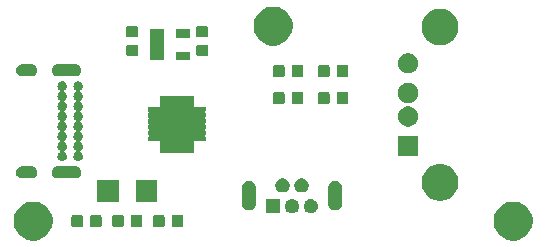
<source format=gbr>
G04 #@! TF.GenerationSoftware,KiCad,Pcbnew,(5.1.2)-1*
G04 #@! TF.CreationDate,2019-08-24T20:09:32-04:00*
G04 #@! TF.ProjectId,REV Type-C V3,52455620-5479-4706-952d-432056332e6b,rev?*
G04 #@! TF.SameCoordinates,Original*
G04 #@! TF.FileFunction,Soldermask,Top*
G04 #@! TF.FilePolarity,Negative*
%FSLAX46Y46*%
G04 Gerber Fmt 4.6, Leading zero omitted, Abs format (unit mm)*
G04 Created by KiCad (PCBNEW (5.1.2)-1) date 2019-08-24 20:09:32*
%MOMM*%
%LPD*%
G04 APERTURE LIST*
%ADD10C,0.100000*%
G04 APERTURE END LIST*
D10*
G36*
X155315256Y-83481298D02*
G01*
X155421579Y-83502447D01*
X155722042Y-83626903D01*
X155992451Y-83807585D01*
X156222415Y-84037549D01*
X156403097Y-84307958D01*
X156526204Y-84605164D01*
X156527553Y-84608422D01*
X156591000Y-84927389D01*
X156591000Y-85252611D01*
X156557823Y-85419401D01*
X156527553Y-85571579D01*
X156403097Y-85872042D01*
X156222415Y-86142451D01*
X155992451Y-86372415D01*
X155722042Y-86553097D01*
X155421579Y-86677553D01*
X155315256Y-86698702D01*
X155102611Y-86741000D01*
X154777389Y-86741000D01*
X154564744Y-86698702D01*
X154458421Y-86677553D01*
X154157958Y-86553097D01*
X153887549Y-86372415D01*
X153657585Y-86142451D01*
X153476903Y-85872042D01*
X153352447Y-85571579D01*
X153322177Y-85419401D01*
X153289000Y-85252611D01*
X153289000Y-84927389D01*
X153352447Y-84608422D01*
X153353797Y-84605164D01*
X153476903Y-84307958D01*
X153657585Y-84037549D01*
X153887549Y-83807585D01*
X154157958Y-83626903D01*
X154458421Y-83502447D01*
X154564744Y-83481298D01*
X154777389Y-83439000D01*
X155102611Y-83439000D01*
X155315256Y-83481298D01*
X155315256Y-83481298D01*
G37*
G36*
X114675256Y-83481298D02*
G01*
X114781579Y-83502447D01*
X115082042Y-83626903D01*
X115352451Y-83807585D01*
X115582415Y-84037549D01*
X115763097Y-84307958D01*
X115886204Y-84605164D01*
X115887553Y-84608422D01*
X115951000Y-84927389D01*
X115951000Y-85252611D01*
X115917823Y-85419401D01*
X115887553Y-85571579D01*
X115763097Y-85872042D01*
X115582415Y-86142451D01*
X115352451Y-86372415D01*
X115082042Y-86553097D01*
X114781579Y-86677553D01*
X114675256Y-86698702D01*
X114462611Y-86741000D01*
X114137389Y-86741000D01*
X113924744Y-86698702D01*
X113818421Y-86677553D01*
X113517958Y-86553097D01*
X113247549Y-86372415D01*
X113017585Y-86142451D01*
X112836903Y-85872042D01*
X112712447Y-85571579D01*
X112682177Y-85419401D01*
X112649000Y-85252611D01*
X112649000Y-84927389D01*
X112712447Y-84608422D01*
X112713797Y-84605164D01*
X112836903Y-84307958D01*
X113017585Y-84037549D01*
X113247549Y-83807585D01*
X113517958Y-83626903D01*
X113818421Y-83502447D01*
X113924744Y-83481298D01*
X114137389Y-83439000D01*
X114462611Y-83439000D01*
X114675256Y-83481298D01*
X114675256Y-83481298D01*
G37*
G36*
X125284591Y-84568085D02*
G01*
X125318569Y-84578393D01*
X125349890Y-84595134D01*
X125377339Y-84617661D01*
X125399866Y-84645110D01*
X125416607Y-84676431D01*
X125426915Y-84710409D01*
X125431000Y-84751890D01*
X125431000Y-85428110D01*
X125426915Y-85469591D01*
X125416607Y-85503569D01*
X125399866Y-85534890D01*
X125377339Y-85562339D01*
X125349890Y-85584866D01*
X125318569Y-85601607D01*
X125284591Y-85611915D01*
X125243110Y-85616000D01*
X124641890Y-85616000D01*
X124600409Y-85611915D01*
X124566431Y-85601607D01*
X124535110Y-85584866D01*
X124507661Y-85562339D01*
X124485134Y-85534890D01*
X124468393Y-85503569D01*
X124458085Y-85469591D01*
X124454000Y-85428110D01*
X124454000Y-84751890D01*
X124458085Y-84710409D01*
X124468393Y-84676431D01*
X124485134Y-84645110D01*
X124507661Y-84617661D01*
X124535110Y-84595134D01*
X124566431Y-84578393D01*
X124600409Y-84568085D01*
X124641890Y-84564000D01*
X125243110Y-84564000D01*
X125284591Y-84568085D01*
X125284591Y-84568085D01*
G37*
G36*
X126859591Y-84568085D02*
G01*
X126893569Y-84578393D01*
X126924890Y-84595134D01*
X126952339Y-84617661D01*
X126974866Y-84645110D01*
X126991607Y-84676431D01*
X127001915Y-84710409D01*
X127006000Y-84751890D01*
X127006000Y-85428110D01*
X127001915Y-85469591D01*
X126991607Y-85503569D01*
X126974866Y-85534890D01*
X126952339Y-85562339D01*
X126924890Y-85584866D01*
X126893569Y-85601607D01*
X126859591Y-85611915D01*
X126818110Y-85616000D01*
X126216890Y-85616000D01*
X126175409Y-85611915D01*
X126141431Y-85601607D01*
X126110110Y-85584866D01*
X126082661Y-85562339D01*
X126060134Y-85534890D01*
X126043393Y-85503569D01*
X126033085Y-85469591D01*
X126029000Y-85428110D01*
X126029000Y-84751890D01*
X126033085Y-84710409D01*
X126043393Y-84676431D01*
X126060134Y-84645110D01*
X126082661Y-84617661D01*
X126110110Y-84595134D01*
X126141431Y-84578393D01*
X126175409Y-84568085D01*
X126216890Y-84564000D01*
X126818110Y-84564000D01*
X126859591Y-84568085D01*
X126859591Y-84568085D01*
G37*
G36*
X119944591Y-84568085D02*
G01*
X119978569Y-84578393D01*
X120009890Y-84595134D01*
X120037339Y-84617661D01*
X120059866Y-84645110D01*
X120076607Y-84676431D01*
X120086915Y-84710409D01*
X120091000Y-84751890D01*
X120091000Y-85428110D01*
X120086915Y-85469591D01*
X120076607Y-85503569D01*
X120059866Y-85534890D01*
X120037339Y-85562339D01*
X120009890Y-85584866D01*
X119978569Y-85601607D01*
X119944591Y-85611915D01*
X119903110Y-85616000D01*
X119301890Y-85616000D01*
X119260409Y-85611915D01*
X119226431Y-85601607D01*
X119195110Y-85584866D01*
X119167661Y-85562339D01*
X119145134Y-85534890D01*
X119128393Y-85503569D01*
X119118085Y-85469591D01*
X119114000Y-85428110D01*
X119114000Y-84751890D01*
X119118085Y-84710409D01*
X119128393Y-84676431D01*
X119145134Y-84645110D01*
X119167661Y-84617661D01*
X119195110Y-84595134D01*
X119226431Y-84578393D01*
X119260409Y-84568085D01*
X119301890Y-84564000D01*
X119903110Y-84564000D01*
X119944591Y-84568085D01*
X119944591Y-84568085D01*
G37*
G36*
X118369591Y-84568085D02*
G01*
X118403569Y-84578393D01*
X118434890Y-84595134D01*
X118462339Y-84617661D01*
X118484866Y-84645110D01*
X118501607Y-84676431D01*
X118511915Y-84710409D01*
X118516000Y-84751890D01*
X118516000Y-85428110D01*
X118511915Y-85469591D01*
X118501607Y-85503569D01*
X118484866Y-85534890D01*
X118462339Y-85562339D01*
X118434890Y-85584866D01*
X118403569Y-85601607D01*
X118369591Y-85611915D01*
X118328110Y-85616000D01*
X117726890Y-85616000D01*
X117685409Y-85611915D01*
X117651431Y-85601607D01*
X117620110Y-85584866D01*
X117592661Y-85562339D01*
X117570134Y-85534890D01*
X117553393Y-85503569D01*
X117543085Y-85469591D01*
X117539000Y-85428110D01*
X117539000Y-84751890D01*
X117543085Y-84710409D01*
X117553393Y-84676431D01*
X117570134Y-84645110D01*
X117592661Y-84617661D01*
X117620110Y-84595134D01*
X117651431Y-84578393D01*
X117685409Y-84568085D01*
X117726890Y-84564000D01*
X118328110Y-84564000D01*
X118369591Y-84568085D01*
X118369591Y-84568085D01*
G37*
G36*
X121829591Y-84568085D02*
G01*
X121863569Y-84578393D01*
X121894890Y-84595134D01*
X121922339Y-84617661D01*
X121944866Y-84645110D01*
X121961607Y-84676431D01*
X121971915Y-84710409D01*
X121976000Y-84751890D01*
X121976000Y-85428110D01*
X121971915Y-85469591D01*
X121961607Y-85503569D01*
X121944866Y-85534890D01*
X121922339Y-85562339D01*
X121894890Y-85584866D01*
X121863569Y-85601607D01*
X121829591Y-85611915D01*
X121788110Y-85616000D01*
X121186890Y-85616000D01*
X121145409Y-85611915D01*
X121111431Y-85601607D01*
X121080110Y-85584866D01*
X121052661Y-85562339D01*
X121030134Y-85534890D01*
X121013393Y-85503569D01*
X121003085Y-85469591D01*
X120999000Y-85428110D01*
X120999000Y-84751890D01*
X121003085Y-84710409D01*
X121013393Y-84676431D01*
X121030134Y-84645110D01*
X121052661Y-84617661D01*
X121080110Y-84595134D01*
X121111431Y-84578393D01*
X121145409Y-84568085D01*
X121186890Y-84564000D01*
X121788110Y-84564000D01*
X121829591Y-84568085D01*
X121829591Y-84568085D01*
G37*
G36*
X123404591Y-84568085D02*
G01*
X123438569Y-84578393D01*
X123469890Y-84595134D01*
X123497339Y-84617661D01*
X123519866Y-84645110D01*
X123536607Y-84676431D01*
X123546915Y-84710409D01*
X123551000Y-84751890D01*
X123551000Y-85428110D01*
X123546915Y-85469591D01*
X123536607Y-85503569D01*
X123519866Y-85534890D01*
X123497339Y-85562339D01*
X123469890Y-85584866D01*
X123438569Y-85601607D01*
X123404591Y-85611915D01*
X123363110Y-85616000D01*
X122761890Y-85616000D01*
X122720409Y-85611915D01*
X122686431Y-85601607D01*
X122655110Y-85584866D01*
X122627661Y-85562339D01*
X122605134Y-85534890D01*
X122588393Y-85503569D01*
X122578085Y-85469591D01*
X122574000Y-85428110D01*
X122574000Y-84751890D01*
X122578085Y-84710409D01*
X122588393Y-84676431D01*
X122605134Y-84645110D01*
X122627661Y-84617661D01*
X122655110Y-84595134D01*
X122686431Y-84578393D01*
X122720409Y-84568085D01*
X122761890Y-84564000D01*
X123363110Y-84564000D01*
X123404591Y-84568085D01*
X123404591Y-84568085D01*
G37*
G36*
X135221000Y-84421000D02*
G01*
X134019000Y-84421000D01*
X134019000Y-83219000D01*
X135221000Y-83219000D01*
X135221000Y-84421000D01*
X135221000Y-84421000D01*
G37*
G36*
X137956601Y-83234397D02*
G01*
X137995305Y-83242096D01*
X138027340Y-83255365D01*
X138104680Y-83287400D01*
X138203115Y-83353173D01*
X138286827Y-83436885D01*
X138352600Y-83535320D01*
X138397904Y-83644696D01*
X138421000Y-83760805D01*
X138421000Y-83879195D01*
X138397904Y-83995304D01*
X138352600Y-84104680D01*
X138286827Y-84203115D01*
X138203115Y-84286827D01*
X138104680Y-84352600D01*
X138027340Y-84384635D01*
X137995305Y-84397904D01*
X137956601Y-84405603D01*
X137879195Y-84421000D01*
X137760805Y-84421000D01*
X137683399Y-84405603D01*
X137644695Y-84397904D01*
X137612660Y-84384635D01*
X137535320Y-84352600D01*
X137436885Y-84286827D01*
X137353173Y-84203115D01*
X137287400Y-84104680D01*
X137242096Y-83995304D01*
X137219000Y-83879195D01*
X137219000Y-83760805D01*
X137242096Y-83644696D01*
X137287400Y-83535320D01*
X137353173Y-83436885D01*
X137436885Y-83353173D01*
X137535320Y-83287400D01*
X137612660Y-83255365D01*
X137644695Y-83242096D01*
X137683399Y-83234397D01*
X137760805Y-83219000D01*
X137879195Y-83219000D01*
X137956601Y-83234397D01*
X137956601Y-83234397D01*
G37*
G36*
X136356601Y-83234397D02*
G01*
X136395305Y-83242096D01*
X136427340Y-83255365D01*
X136504680Y-83287400D01*
X136603115Y-83353173D01*
X136686827Y-83436885D01*
X136752600Y-83535320D01*
X136797904Y-83644696D01*
X136821000Y-83760805D01*
X136821000Y-83879195D01*
X136797904Y-83995304D01*
X136752600Y-84104680D01*
X136686827Y-84203115D01*
X136603115Y-84286827D01*
X136504680Y-84352600D01*
X136427340Y-84384635D01*
X136395305Y-84397904D01*
X136356601Y-84405603D01*
X136279195Y-84421000D01*
X136160805Y-84421000D01*
X136083399Y-84405603D01*
X136044695Y-84397904D01*
X136012660Y-84384635D01*
X135935320Y-84352600D01*
X135836885Y-84286827D01*
X135753173Y-84203115D01*
X135687400Y-84104680D01*
X135642096Y-83995304D01*
X135619000Y-83879195D01*
X135619000Y-83760805D01*
X135642096Y-83644696D01*
X135687400Y-83535320D01*
X135753173Y-83436885D01*
X135836885Y-83353173D01*
X135935320Y-83287400D01*
X136012660Y-83255365D01*
X136044695Y-83242096D01*
X136083399Y-83234397D01*
X136160805Y-83219000D01*
X136279195Y-83219000D01*
X136356601Y-83234397D01*
X136356601Y-83234397D01*
G37*
G36*
X132687817Y-81702696D02*
G01*
X132801104Y-81737062D01*
X132905511Y-81792869D01*
X132905513Y-81792870D01*
X132905512Y-81792870D01*
X132997027Y-81867973D01*
X133060711Y-81945572D01*
X133072131Y-81959488D01*
X133127938Y-82063895D01*
X133162304Y-82177182D01*
X133171000Y-82265481D01*
X133171000Y-83624519D01*
X133162304Y-83712818D01*
X133127938Y-83826105D01*
X133072131Y-83930512D01*
X132997027Y-84022027D01*
X132905512Y-84097131D01*
X132801105Y-84152938D01*
X132687818Y-84187304D01*
X132570000Y-84198907D01*
X132452183Y-84187304D01*
X132338896Y-84152938D01*
X132234489Y-84097131D01*
X132142974Y-84022027D01*
X132067870Y-83930512D01*
X132012063Y-83826105D01*
X131977697Y-83712818D01*
X131969001Y-83624519D01*
X131969000Y-82265482D01*
X131977696Y-82177183D01*
X132012062Y-82063896D01*
X132067869Y-81959489D01*
X132081338Y-81943077D01*
X132142973Y-81867973D01*
X132234487Y-81792870D01*
X132234486Y-81792870D01*
X132234488Y-81792869D01*
X132338895Y-81737062D01*
X132452182Y-81702696D01*
X132570000Y-81691093D01*
X132687817Y-81702696D01*
X132687817Y-81702696D01*
G37*
G36*
X139987817Y-81702696D02*
G01*
X140101104Y-81737062D01*
X140205511Y-81792869D01*
X140205513Y-81792870D01*
X140205512Y-81792870D01*
X140297027Y-81867973D01*
X140360711Y-81945572D01*
X140372131Y-81959488D01*
X140427938Y-82063895D01*
X140462304Y-82177182D01*
X140471000Y-82265481D01*
X140471000Y-83624519D01*
X140462304Y-83712818D01*
X140427938Y-83826105D01*
X140372131Y-83930512D01*
X140297027Y-84022027D01*
X140205512Y-84097131D01*
X140101105Y-84152938D01*
X139987818Y-84187304D01*
X139870000Y-84198907D01*
X139752183Y-84187304D01*
X139638896Y-84152938D01*
X139534489Y-84097131D01*
X139442974Y-84022027D01*
X139367870Y-83930512D01*
X139312063Y-83826105D01*
X139277697Y-83712818D01*
X139269001Y-83624519D01*
X139269000Y-82265482D01*
X139277696Y-82177183D01*
X139312062Y-82063896D01*
X139367869Y-81959489D01*
X139381338Y-81943077D01*
X139442973Y-81867973D01*
X139534487Y-81792870D01*
X139534486Y-81792870D01*
X139534488Y-81792869D01*
X139638895Y-81737062D01*
X139752182Y-81702696D01*
X139870000Y-81691093D01*
X139987817Y-81702696D01*
X139987817Y-81702696D01*
G37*
G36*
X124826000Y-83501000D02*
G01*
X122974000Y-83501000D01*
X122974000Y-81599000D01*
X124826000Y-81599000D01*
X124826000Y-83501000D01*
X124826000Y-83501000D01*
G37*
G36*
X121576000Y-83501000D02*
G01*
X119724000Y-83501000D01*
X119724000Y-81599000D01*
X121576000Y-81599000D01*
X121576000Y-83501000D01*
X121576000Y-83501000D01*
G37*
G36*
X149062585Y-80288802D02*
G01*
X149212410Y-80318604D01*
X149494674Y-80435521D01*
X149748705Y-80605259D01*
X149964741Y-80821295D01*
X150134479Y-81075326D01*
X150251396Y-81357590D01*
X150264825Y-81425102D01*
X150300246Y-81603173D01*
X150311000Y-81657240D01*
X150311000Y-81962760D01*
X150251396Y-82262410D01*
X150134479Y-82544674D01*
X149964741Y-82798705D01*
X149748705Y-83014741D01*
X149494674Y-83184479D01*
X149212410Y-83301396D01*
X149062585Y-83331198D01*
X148912761Y-83361000D01*
X148607239Y-83361000D01*
X148457415Y-83331198D01*
X148307590Y-83301396D01*
X148025326Y-83184479D01*
X147771295Y-83014741D01*
X147555259Y-82798705D01*
X147385521Y-82544674D01*
X147268604Y-82262410D01*
X147209000Y-81962760D01*
X147209000Y-81657240D01*
X147219755Y-81603173D01*
X147255175Y-81425102D01*
X147268604Y-81357590D01*
X147385521Y-81075326D01*
X147555259Y-80821295D01*
X147771295Y-80605259D01*
X148025326Y-80435521D01*
X148307590Y-80318604D01*
X148457415Y-80288802D01*
X148607239Y-80259000D01*
X148912761Y-80259000D01*
X149062585Y-80288802D01*
X149062585Y-80288802D01*
G37*
G36*
X135556601Y-81484397D02*
G01*
X135595305Y-81492096D01*
X135627340Y-81505365D01*
X135704680Y-81537400D01*
X135803115Y-81603173D01*
X135886827Y-81686885D01*
X135952600Y-81785320D01*
X135997904Y-81894696D01*
X136021000Y-82010805D01*
X136021000Y-82129195D01*
X135997904Y-82245304D01*
X135952600Y-82354680D01*
X135886827Y-82453115D01*
X135803115Y-82536827D01*
X135704680Y-82602600D01*
X135627340Y-82634635D01*
X135595305Y-82647904D01*
X135556601Y-82655603D01*
X135479195Y-82671000D01*
X135360805Y-82671000D01*
X135283399Y-82655603D01*
X135244695Y-82647904D01*
X135212660Y-82634635D01*
X135135320Y-82602600D01*
X135036885Y-82536827D01*
X134953173Y-82453115D01*
X134887400Y-82354680D01*
X134842096Y-82245304D01*
X134819000Y-82129195D01*
X134819000Y-82010805D01*
X134842096Y-81894696D01*
X134887400Y-81785320D01*
X134953173Y-81686885D01*
X135036885Y-81603173D01*
X135135320Y-81537400D01*
X135212660Y-81505365D01*
X135244695Y-81492096D01*
X135283399Y-81484397D01*
X135360805Y-81469000D01*
X135479195Y-81469000D01*
X135556601Y-81484397D01*
X135556601Y-81484397D01*
G37*
G36*
X137156601Y-81484397D02*
G01*
X137195305Y-81492096D01*
X137227340Y-81505365D01*
X137304680Y-81537400D01*
X137403115Y-81603173D01*
X137486827Y-81686885D01*
X137552600Y-81785320D01*
X137597904Y-81894696D01*
X137621000Y-82010805D01*
X137621000Y-82129195D01*
X137597904Y-82245304D01*
X137552600Y-82354680D01*
X137486827Y-82453115D01*
X137403115Y-82536827D01*
X137304680Y-82602600D01*
X137227340Y-82634635D01*
X137195305Y-82647904D01*
X137156601Y-82655603D01*
X137079195Y-82671000D01*
X136960805Y-82671000D01*
X136883399Y-82655603D01*
X136844695Y-82647904D01*
X136812660Y-82634635D01*
X136735320Y-82602600D01*
X136636885Y-82536827D01*
X136553173Y-82453115D01*
X136487400Y-82354680D01*
X136442096Y-82245304D01*
X136419000Y-82129195D01*
X136419000Y-82010805D01*
X136442096Y-81894696D01*
X136487400Y-81785320D01*
X136553173Y-81686885D01*
X136636885Y-81603173D01*
X136735320Y-81537400D01*
X136812660Y-81505365D01*
X136844695Y-81492096D01*
X136883399Y-81484397D01*
X136960805Y-81469000D01*
X137079195Y-81469000D01*
X137156601Y-81484397D01*
X137156601Y-81484397D01*
G37*
G36*
X117978213Y-80466249D02*
G01*
X118072652Y-80494897D01*
X118159687Y-80541418D01*
X118235975Y-80604025D01*
X118298582Y-80680313D01*
X118345103Y-80767348D01*
X118373751Y-80861787D01*
X118383424Y-80960000D01*
X118373751Y-81058213D01*
X118345103Y-81152652D01*
X118298582Y-81239687D01*
X118235975Y-81315975D01*
X118159687Y-81378582D01*
X118072652Y-81425103D01*
X117978213Y-81453751D01*
X117904612Y-81461000D01*
X116355388Y-81461000D01*
X116281787Y-81453751D01*
X116187348Y-81425103D01*
X116100313Y-81378582D01*
X116024025Y-81315975D01*
X115961418Y-81239687D01*
X115914897Y-81152652D01*
X115886249Y-81058213D01*
X115876576Y-80960000D01*
X115886249Y-80861787D01*
X115914897Y-80767348D01*
X115961418Y-80680313D01*
X116024025Y-80604025D01*
X116100313Y-80541418D01*
X116187348Y-80494897D01*
X116281787Y-80466249D01*
X116355388Y-80459000D01*
X117904612Y-80459000D01*
X117978213Y-80466249D01*
X117978213Y-80466249D01*
G37*
G36*
X114248213Y-80466249D02*
G01*
X114342652Y-80494897D01*
X114429687Y-80541418D01*
X114505975Y-80604025D01*
X114568582Y-80680313D01*
X114615103Y-80767348D01*
X114643751Y-80861787D01*
X114653424Y-80960000D01*
X114643751Y-81058213D01*
X114615103Y-81152652D01*
X114568582Y-81239687D01*
X114505975Y-81315975D01*
X114429687Y-81378582D01*
X114342652Y-81425103D01*
X114248213Y-81453751D01*
X114174612Y-81461000D01*
X113325388Y-81461000D01*
X113251787Y-81453751D01*
X113157348Y-81425103D01*
X113070313Y-81378582D01*
X112994025Y-81315975D01*
X112931418Y-81239687D01*
X112884897Y-81152652D01*
X112856249Y-81058213D01*
X112846576Y-80960000D01*
X112856249Y-80861787D01*
X112884897Y-80767348D01*
X112931418Y-80680313D01*
X112994025Y-80604025D01*
X113070313Y-80541418D01*
X113157348Y-80494897D01*
X113251787Y-80466249D01*
X113325388Y-80459000D01*
X114174612Y-80459000D01*
X114248213Y-80466249D01*
X114248213Y-80466249D01*
G37*
G36*
X116838231Y-73266705D02*
G01*
X116876967Y-73274410D01*
X116907195Y-73286931D01*
X116949944Y-73304638D01*
X117015622Y-73348523D01*
X117071477Y-73404378D01*
X117115362Y-73470056D01*
X117145590Y-73543034D01*
X117161000Y-73620504D01*
X117161000Y-73699496D01*
X117145590Y-73776966D01*
X117115362Y-73849944D01*
X117071477Y-73915622D01*
X117015621Y-73971478D01*
X117001270Y-73981067D01*
X116982328Y-73996613D01*
X116966783Y-74015555D01*
X116955232Y-74037165D01*
X116948119Y-74060614D01*
X116945717Y-74085001D01*
X116948119Y-74109387D01*
X116955232Y-74132836D01*
X116966783Y-74154446D01*
X116982329Y-74173388D01*
X117001270Y-74188933D01*
X117015621Y-74198522D01*
X117071477Y-74254378D01*
X117115362Y-74320056D01*
X117145590Y-74393034D01*
X117161000Y-74470504D01*
X117161000Y-74549496D01*
X117153295Y-74588231D01*
X117145590Y-74626967D01*
X117138907Y-74643100D01*
X117115362Y-74699944D01*
X117071477Y-74765622D01*
X117015621Y-74821478D01*
X117001270Y-74831067D01*
X116982328Y-74846613D01*
X116966783Y-74865555D01*
X116955232Y-74887165D01*
X116948119Y-74910614D01*
X116945717Y-74935001D01*
X116948119Y-74959387D01*
X116955232Y-74982836D01*
X116966783Y-75004446D01*
X116982329Y-75023388D01*
X117001270Y-75038933D01*
X117015621Y-75048522D01*
X117071477Y-75104378D01*
X117115362Y-75170056D01*
X117128306Y-75201307D01*
X117145590Y-75243033D01*
X117161000Y-75320505D01*
X117161000Y-75399495D01*
X117145590Y-75476967D01*
X117141909Y-75485853D01*
X117115362Y-75549944D01*
X117071477Y-75615622D01*
X117015621Y-75671478D01*
X117001270Y-75681067D01*
X116982328Y-75696613D01*
X116966783Y-75715555D01*
X116955232Y-75737165D01*
X116948119Y-75760614D01*
X116945717Y-75785001D01*
X116948119Y-75809387D01*
X116955232Y-75832836D01*
X116966783Y-75854446D01*
X116982329Y-75873388D01*
X117001270Y-75888933D01*
X117015621Y-75898522D01*
X117071477Y-75954378D01*
X117115362Y-76020056D01*
X117145590Y-76093034D01*
X117158152Y-76156184D01*
X117161000Y-76170505D01*
X117161000Y-76249495D01*
X117147611Y-76316809D01*
X117145590Y-76326966D01*
X117115362Y-76399944D01*
X117071477Y-76465622D01*
X117015621Y-76521478D01*
X117001270Y-76531067D01*
X116982328Y-76546613D01*
X116966783Y-76565555D01*
X116955232Y-76587165D01*
X116948119Y-76610614D01*
X116945717Y-76635001D01*
X116948119Y-76659387D01*
X116955232Y-76682836D01*
X116966783Y-76704446D01*
X116982329Y-76723388D01*
X117001270Y-76738933D01*
X117015621Y-76748522D01*
X117071477Y-76804378D01*
X117115362Y-76870056D01*
X117119583Y-76880247D01*
X117139689Y-76928786D01*
X117145590Y-76943034D01*
X117161000Y-77020504D01*
X117161000Y-77099496D01*
X117145590Y-77176966D01*
X117115362Y-77249944D01*
X117071477Y-77315622D01*
X117015621Y-77371478D01*
X117001270Y-77381067D01*
X116982328Y-77396613D01*
X116966783Y-77415555D01*
X116955232Y-77437165D01*
X116948119Y-77460614D01*
X116945717Y-77485001D01*
X116948119Y-77509387D01*
X116955232Y-77532836D01*
X116966783Y-77554446D01*
X116982329Y-77573388D01*
X117001270Y-77588933D01*
X117015621Y-77598522D01*
X117071477Y-77654378D01*
X117115362Y-77720056D01*
X117119688Y-77730500D01*
X117145590Y-77793033D01*
X117148334Y-77806830D01*
X117161000Y-77870504D01*
X117161000Y-77949496D01*
X117154441Y-77982471D01*
X117145590Y-78026967D01*
X117134185Y-78054500D01*
X117115362Y-78099944D01*
X117071477Y-78165622D01*
X117015621Y-78221478D01*
X117001270Y-78231067D01*
X116982328Y-78246613D01*
X116966783Y-78265555D01*
X116955232Y-78287165D01*
X116948119Y-78310614D01*
X116945717Y-78335001D01*
X116948119Y-78359387D01*
X116955232Y-78382836D01*
X116966783Y-78404446D01*
X116982329Y-78423388D01*
X117001270Y-78438933D01*
X117015621Y-78448522D01*
X117071477Y-78504378D01*
X117115362Y-78570056D01*
X117145590Y-78643034D01*
X117161000Y-78720504D01*
X117161000Y-78799496D01*
X117145590Y-78876966D01*
X117115362Y-78949944D01*
X117071477Y-79015622D01*
X117015621Y-79071478D01*
X117001270Y-79081067D01*
X116982328Y-79096613D01*
X116966783Y-79115555D01*
X116955232Y-79137165D01*
X116948119Y-79160614D01*
X116945717Y-79185001D01*
X116948119Y-79209387D01*
X116955232Y-79232836D01*
X116966783Y-79254446D01*
X116982329Y-79273388D01*
X117001270Y-79288933D01*
X117015621Y-79298522D01*
X117071477Y-79354378D01*
X117115362Y-79420056D01*
X117145590Y-79493034D01*
X117161000Y-79570504D01*
X117161000Y-79649496D01*
X117145590Y-79726966D01*
X117115362Y-79799944D01*
X117071477Y-79865622D01*
X117015622Y-79921477D01*
X116949944Y-79965362D01*
X116907195Y-79983069D01*
X116876967Y-79995590D01*
X116838231Y-80003295D01*
X116799496Y-80011000D01*
X116720504Y-80011000D01*
X116681769Y-80003295D01*
X116643033Y-79995590D01*
X116612805Y-79983069D01*
X116570056Y-79965362D01*
X116504378Y-79921477D01*
X116448523Y-79865622D01*
X116404638Y-79799944D01*
X116374410Y-79726966D01*
X116359000Y-79649496D01*
X116359000Y-79570504D01*
X116374410Y-79493034D01*
X116404638Y-79420056D01*
X116448523Y-79354378D01*
X116504379Y-79298522D01*
X116518730Y-79288933D01*
X116537672Y-79273387D01*
X116553217Y-79254445D01*
X116564768Y-79232835D01*
X116571881Y-79209386D01*
X116574283Y-79184999D01*
X116571881Y-79160613D01*
X116564768Y-79137164D01*
X116553217Y-79115554D01*
X116537671Y-79096612D01*
X116518730Y-79081067D01*
X116504379Y-79071478D01*
X116448523Y-79015622D01*
X116404638Y-78949944D01*
X116374410Y-78876966D01*
X116359000Y-78799496D01*
X116359000Y-78720504D01*
X116374410Y-78643034D01*
X116404638Y-78570056D01*
X116448523Y-78504378D01*
X116504379Y-78448522D01*
X116518730Y-78438933D01*
X116537672Y-78423387D01*
X116553217Y-78404445D01*
X116564768Y-78382835D01*
X116571881Y-78359386D01*
X116574283Y-78334999D01*
X116571881Y-78310613D01*
X116564768Y-78287164D01*
X116553217Y-78265554D01*
X116537671Y-78246612D01*
X116518730Y-78231067D01*
X116504379Y-78221478D01*
X116448523Y-78165622D01*
X116404638Y-78099944D01*
X116385815Y-78054500D01*
X116374410Y-78026967D01*
X116365559Y-77982471D01*
X116359000Y-77949496D01*
X116359000Y-77870504D01*
X116371666Y-77806830D01*
X116374410Y-77793033D01*
X116400312Y-77730500D01*
X116404638Y-77720056D01*
X116448523Y-77654378D01*
X116504379Y-77598522D01*
X116518730Y-77588933D01*
X116537672Y-77573387D01*
X116553217Y-77554445D01*
X116564768Y-77532835D01*
X116571881Y-77509386D01*
X116574283Y-77484999D01*
X116571881Y-77460613D01*
X116564768Y-77437164D01*
X116553217Y-77415554D01*
X116537671Y-77396612D01*
X116518730Y-77381067D01*
X116504379Y-77371478D01*
X116448523Y-77315622D01*
X116404638Y-77249944D01*
X116374410Y-77176966D01*
X116359000Y-77099496D01*
X116359000Y-77020504D01*
X116374410Y-76943034D01*
X116380312Y-76928786D01*
X116400417Y-76880247D01*
X116404638Y-76870056D01*
X116448523Y-76804378D01*
X116504379Y-76748522D01*
X116518730Y-76738933D01*
X116537672Y-76723387D01*
X116553217Y-76704445D01*
X116564768Y-76682835D01*
X116571881Y-76659386D01*
X116574283Y-76634999D01*
X116571881Y-76610613D01*
X116564768Y-76587164D01*
X116553217Y-76565554D01*
X116537671Y-76546612D01*
X116518730Y-76531067D01*
X116504379Y-76521478D01*
X116448523Y-76465622D01*
X116404638Y-76399944D01*
X116374410Y-76326966D01*
X116372390Y-76316809D01*
X116359000Y-76249495D01*
X116359000Y-76170505D01*
X116361849Y-76156184D01*
X116374410Y-76093034D01*
X116404638Y-76020056D01*
X116448523Y-75954378D01*
X116504379Y-75898522D01*
X116518730Y-75888933D01*
X116537672Y-75873387D01*
X116553217Y-75854445D01*
X116564768Y-75832835D01*
X116571881Y-75809386D01*
X116574283Y-75784999D01*
X116571881Y-75760613D01*
X116564768Y-75737164D01*
X116553217Y-75715554D01*
X116537671Y-75696612D01*
X116518730Y-75681067D01*
X116504379Y-75671478D01*
X116448523Y-75615622D01*
X116404638Y-75549944D01*
X116378091Y-75485853D01*
X116374410Y-75476967D01*
X116359000Y-75399495D01*
X116359000Y-75320505D01*
X116374410Y-75243033D01*
X116391694Y-75201307D01*
X116404638Y-75170056D01*
X116448523Y-75104378D01*
X116504379Y-75048522D01*
X116518730Y-75038933D01*
X116537672Y-75023387D01*
X116553217Y-75004445D01*
X116564768Y-74982835D01*
X116571881Y-74959386D01*
X116574283Y-74934999D01*
X116571881Y-74910613D01*
X116564768Y-74887164D01*
X116553217Y-74865554D01*
X116537671Y-74846612D01*
X116518730Y-74831067D01*
X116504379Y-74821478D01*
X116448523Y-74765622D01*
X116404638Y-74699944D01*
X116381093Y-74643100D01*
X116374410Y-74626967D01*
X116366705Y-74588231D01*
X116359000Y-74549496D01*
X116359000Y-74470504D01*
X116374410Y-74393034D01*
X116404638Y-74320056D01*
X116448523Y-74254378D01*
X116504379Y-74198522D01*
X116518730Y-74188933D01*
X116537672Y-74173387D01*
X116553217Y-74154445D01*
X116564768Y-74132835D01*
X116571881Y-74109386D01*
X116574283Y-74084999D01*
X116571881Y-74060613D01*
X116564768Y-74037164D01*
X116553217Y-74015554D01*
X116537671Y-73996612D01*
X116518730Y-73981067D01*
X116504379Y-73971478D01*
X116448523Y-73915622D01*
X116404638Y-73849944D01*
X116374410Y-73776966D01*
X116359000Y-73699496D01*
X116359000Y-73620504D01*
X116374410Y-73543034D01*
X116404638Y-73470056D01*
X116448523Y-73404378D01*
X116504378Y-73348523D01*
X116570056Y-73304638D01*
X116612805Y-73286931D01*
X116643033Y-73274410D01*
X116681769Y-73266705D01*
X116720504Y-73259000D01*
X116799496Y-73259000D01*
X116838231Y-73266705D01*
X116838231Y-73266705D01*
G37*
G36*
X118188231Y-73266705D02*
G01*
X118226967Y-73274410D01*
X118257195Y-73286931D01*
X118299944Y-73304638D01*
X118365622Y-73348523D01*
X118421477Y-73404378D01*
X118465362Y-73470056D01*
X118495590Y-73543034D01*
X118511000Y-73620504D01*
X118511000Y-73699496D01*
X118495590Y-73776966D01*
X118465362Y-73849944D01*
X118421477Y-73915622D01*
X118365621Y-73971478D01*
X118351270Y-73981067D01*
X118332328Y-73996613D01*
X118316783Y-74015555D01*
X118305232Y-74037165D01*
X118298119Y-74060614D01*
X118295717Y-74085001D01*
X118298119Y-74109387D01*
X118305232Y-74132836D01*
X118316783Y-74154446D01*
X118332329Y-74173388D01*
X118351270Y-74188933D01*
X118365621Y-74198522D01*
X118421477Y-74254378D01*
X118465362Y-74320056D01*
X118495590Y-74393034D01*
X118511000Y-74470504D01*
X118511000Y-74549496D01*
X118503295Y-74588231D01*
X118495590Y-74626967D01*
X118488907Y-74643100D01*
X118465362Y-74699944D01*
X118421477Y-74765622D01*
X118365621Y-74821478D01*
X118351270Y-74831067D01*
X118332328Y-74846613D01*
X118316783Y-74865555D01*
X118305232Y-74887165D01*
X118298119Y-74910614D01*
X118295717Y-74935001D01*
X118298119Y-74959387D01*
X118305232Y-74982836D01*
X118316783Y-75004446D01*
X118332329Y-75023388D01*
X118351270Y-75038933D01*
X118365621Y-75048522D01*
X118421477Y-75104378D01*
X118465362Y-75170056D01*
X118478306Y-75201307D01*
X118495590Y-75243033D01*
X118511000Y-75320505D01*
X118511000Y-75399495D01*
X118495590Y-75476967D01*
X118491909Y-75485853D01*
X118465362Y-75549944D01*
X118421477Y-75615622D01*
X118365621Y-75671478D01*
X118351270Y-75681067D01*
X118332328Y-75696613D01*
X118316783Y-75715555D01*
X118305232Y-75737165D01*
X118298119Y-75760614D01*
X118295717Y-75785001D01*
X118298119Y-75809387D01*
X118305232Y-75832836D01*
X118316783Y-75854446D01*
X118332329Y-75873388D01*
X118351270Y-75888933D01*
X118365621Y-75898522D01*
X118421477Y-75954378D01*
X118465362Y-76020056D01*
X118495590Y-76093034D01*
X118508152Y-76156184D01*
X118511000Y-76170505D01*
X118511000Y-76249495D01*
X118497611Y-76316809D01*
X118495590Y-76326966D01*
X118465362Y-76399944D01*
X118421477Y-76465622D01*
X118365621Y-76521478D01*
X118351270Y-76531067D01*
X118332328Y-76546613D01*
X118316783Y-76565555D01*
X118305232Y-76587165D01*
X118298119Y-76610614D01*
X118295717Y-76635001D01*
X118298119Y-76659387D01*
X118305232Y-76682836D01*
X118316783Y-76704446D01*
X118332329Y-76723388D01*
X118351270Y-76738933D01*
X118365621Y-76748522D01*
X118421477Y-76804378D01*
X118465362Y-76870056D01*
X118469583Y-76880247D01*
X118489689Y-76928786D01*
X118495590Y-76943034D01*
X118511000Y-77020504D01*
X118511000Y-77099496D01*
X118495590Y-77176966D01*
X118465362Y-77249944D01*
X118421477Y-77315622D01*
X118365621Y-77371478D01*
X118351270Y-77381067D01*
X118332328Y-77396613D01*
X118316783Y-77415555D01*
X118305232Y-77437165D01*
X118298119Y-77460614D01*
X118295717Y-77485001D01*
X118298119Y-77509387D01*
X118305232Y-77532836D01*
X118316783Y-77554446D01*
X118332329Y-77573388D01*
X118351270Y-77588933D01*
X118365621Y-77598522D01*
X118421477Y-77654378D01*
X118465362Y-77720056D01*
X118469688Y-77730500D01*
X118495590Y-77793033D01*
X118498334Y-77806830D01*
X118511000Y-77870504D01*
X118511000Y-77949496D01*
X118504441Y-77982471D01*
X118495590Y-78026967D01*
X118484185Y-78054500D01*
X118465362Y-78099944D01*
X118421477Y-78165622D01*
X118365621Y-78221478D01*
X118351270Y-78231067D01*
X118332328Y-78246613D01*
X118316783Y-78265555D01*
X118305232Y-78287165D01*
X118298119Y-78310614D01*
X118295717Y-78335001D01*
X118298119Y-78359387D01*
X118305232Y-78382836D01*
X118316783Y-78404446D01*
X118332329Y-78423388D01*
X118351270Y-78438933D01*
X118365621Y-78448522D01*
X118421477Y-78504378D01*
X118465362Y-78570056D01*
X118495590Y-78643034D01*
X118511000Y-78720504D01*
X118511000Y-78799496D01*
X118495590Y-78876966D01*
X118465362Y-78949944D01*
X118421477Y-79015622D01*
X118365621Y-79071478D01*
X118351270Y-79081067D01*
X118332328Y-79096613D01*
X118316783Y-79115555D01*
X118305232Y-79137165D01*
X118298119Y-79160614D01*
X118295717Y-79185001D01*
X118298119Y-79209387D01*
X118305232Y-79232836D01*
X118316783Y-79254446D01*
X118332329Y-79273388D01*
X118351270Y-79288933D01*
X118365621Y-79298522D01*
X118421477Y-79354378D01*
X118465362Y-79420056D01*
X118495590Y-79493034D01*
X118511000Y-79570504D01*
X118511000Y-79649496D01*
X118495590Y-79726966D01*
X118465362Y-79799944D01*
X118421477Y-79865622D01*
X118365622Y-79921477D01*
X118299944Y-79965362D01*
X118257195Y-79983069D01*
X118226967Y-79995590D01*
X118188231Y-80003295D01*
X118149496Y-80011000D01*
X118070504Y-80011000D01*
X118031769Y-80003295D01*
X117993033Y-79995590D01*
X117962805Y-79983069D01*
X117920056Y-79965362D01*
X117854378Y-79921477D01*
X117798523Y-79865622D01*
X117754638Y-79799944D01*
X117724410Y-79726966D01*
X117709000Y-79649496D01*
X117709000Y-79570504D01*
X117724410Y-79493034D01*
X117754638Y-79420056D01*
X117798523Y-79354378D01*
X117854379Y-79298522D01*
X117868730Y-79288933D01*
X117887672Y-79273387D01*
X117903217Y-79254445D01*
X117914768Y-79232835D01*
X117921881Y-79209386D01*
X117924283Y-79184999D01*
X117921881Y-79160613D01*
X117914768Y-79137164D01*
X117903217Y-79115554D01*
X117887671Y-79096612D01*
X117868730Y-79081067D01*
X117854379Y-79071478D01*
X117798523Y-79015622D01*
X117754638Y-78949944D01*
X117724410Y-78876966D01*
X117709000Y-78799496D01*
X117709000Y-78720504D01*
X117724410Y-78643034D01*
X117754638Y-78570056D01*
X117798523Y-78504378D01*
X117854379Y-78448522D01*
X117868730Y-78438933D01*
X117887672Y-78423387D01*
X117903217Y-78404445D01*
X117914768Y-78382835D01*
X117921881Y-78359386D01*
X117924283Y-78334999D01*
X117921881Y-78310613D01*
X117914768Y-78287164D01*
X117903217Y-78265554D01*
X117887671Y-78246612D01*
X117868730Y-78231067D01*
X117854379Y-78221478D01*
X117798523Y-78165622D01*
X117754638Y-78099944D01*
X117735815Y-78054500D01*
X117724410Y-78026967D01*
X117715559Y-77982471D01*
X117709000Y-77949496D01*
X117709000Y-77870504D01*
X117721666Y-77806830D01*
X117724410Y-77793033D01*
X117750312Y-77730500D01*
X117754638Y-77720056D01*
X117798523Y-77654378D01*
X117854379Y-77598522D01*
X117868730Y-77588933D01*
X117887672Y-77573387D01*
X117903217Y-77554445D01*
X117914768Y-77532835D01*
X117921881Y-77509386D01*
X117924283Y-77484999D01*
X117921881Y-77460613D01*
X117914768Y-77437164D01*
X117903217Y-77415554D01*
X117887671Y-77396612D01*
X117868730Y-77381067D01*
X117854379Y-77371478D01*
X117798523Y-77315622D01*
X117754638Y-77249944D01*
X117724410Y-77176966D01*
X117709000Y-77099496D01*
X117709000Y-77020504D01*
X117724410Y-76943034D01*
X117730312Y-76928786D01*
X117750417Y-76880247D01*
X117754638Y-76870056D01*
X117798523Y-76804378D01*
X117854379Y-76748522D01*
X117868730Y-76738933D01*
X117887672Y-76723387D01*
X117903217Y-76704445D01*
X117914768Y-76682835D01*
X117921881Y-76659386D01*
X117924283Y-76634999D01*
X117921881Y-76610613D01*
X117914768Y-76587164D01*
X117903217Y-76565554D01*
X117887671Y-76546612D01*
X117868730Y-76531067D01*
X117854379Y-76521478D01*
X117798523Y-76465622D01*
X117754638Y-76399944D01*
X117724410Y-76326966D01*
X117722390Y-76316809D01*
X117709000Y-76249495D01*
X117709000Y-76170505D01*
X117711849Y-76156184D01*
X117724410Y-76093034D01*
X117754638Y-76020056D01*
X117798523Y-75954378D01*
X117854379Y-75898522D01*
X117868730Y-75888933D01*
X117887672Y-75873387D01*
X117903217Y-75854445D01*
X117914768Y-75832835D01*
X117921881Y-75809386D01*
X117924283Y-75784999D01*
X117921881Y-75760613D01*
X117914768Y-75737164D01*
X117903217Y-75715554D01*
X117887671Y-75696612D01*
X117868730Y-75681067D01*
X117854379Y-75671478D01*
X117798523Y-75615622D01*
X117754638Y-75549944D01*
X117728091Y-75485853D01*
X117724410Y-75476967D01*
X117709000Y-75399495D01*
X117709000Y-75320505D01*
X117724410Y-75243033D01*
X117741694Y-75201307D01*
X117754638Y-75170056D01*
X117798523Y-75104378D01*
X117854379Y-75048522D01*
X117868730Y-75038933D01*
X117887672Y-75023387D01*
X117903217Y-75004445D01*
X117914768Y-74982835D01*
X117921881Y-74959386D01*
X117924283Y-74934999D01*
X117921881Y-74910613D01*
X117914768Y-74887164D01*
X117903217Y-74865554D01*
X117887671Y-74846612D01*
X117868730Y-74831067D01*
X117854379Y-74821478D01*
X117798523Y-74765622D01*
X117754638Y-74699944D01*
X117731093Y-74643100D01*
X117724410Y-74626967D01*
X117716705Y-74588231D01*
X117709000Y-74549496D01*
X117709000Y-74470504D01*
X117724410Y-74393034D01*
X117754638Y-74320056D01*
X117798523Y-74254378D01*
X117854379Y-74198522D01*
X117868730Y-74188933D01*
X117887672Y-74173387D01*
X117903217Y-74154445D01*
X117914768Y-74132835D01*
X117921881Y-74109386D01*
X117924283Y-74084999D01*
X117921881Y-74060613D01*
X117914768Y-74037164D01*
X117903217Y-74015554D01*
X117887671Y-73996612D01*
X117868730Y-73981067D01*
X117854379Y-73971478D01*
X117798523Y-73915622D01*
X117754638Y-73849944D01*
X117724410Y-73776966D01*
X117709000Y-73699496D01*
X117709000Y-73620504D01*
X117724410Y-73543034D01*
X117754638Y-73470056D01*
X117798523Y-73404378D01*
X117854378Y-73348523D01*
X117920056Y-73304638D01*
X117962805Y-73286931D01*
X117993033Y-73274410D01*
X118031769Y-73266705D01*
X118070504Y-73259000D01*
X118149496Y-73259000D01*
X118188231Y-73266705D01*
X118188231Y-73266705D01*
G37*
G36*
X146901000Y-79591000D02*
G01*
X145199000Y-79591000D01*
X145199000Y-77889000D01*
X146901000Y-77889000D01*
X146901000Y-79591000D01*
X146901000Y-79591000D01*
G37*
G36*
X125385355Y-74467583D02*
G01*
X125390029Y-74469001D01*
X125394330Y-74471300D01*
X125400702Y-74476529D01*
X125421076Y-74490143D01*
X125443715Y-74499520D01*
X125467749Y-74504300D01*
X125492253Y-74504300D01*
X125516286Y-74499519D01*
X125538925Y-74490142D01*
X125559298Y-74476529D01*
X125565670Y-74471300D01*
X125569971Y-74469001D01*
X125574645Y-74467583D01*
X125585641Y-74466500D01*
X125874359Y-74466500D01*
X125885355Y-74467583D01*
X125890029Y-74469001D01*
X125894330Y-74471300D01*
X125900702Y-74476529D01*
X125921076Y-74490143D01*
X125943715Y-74499520D01*
X125967749Y-74504300D01*
X125992253Y-74504300D01*
X126016286Y-74499519D01*
X126038925Y-74490142D01*
X126059298Y-74476529D01*
X126065670Y-74471300D01*
X126069971Y-74469001D01*
X126074645Y-74467583D01*
X126085641Y-74466500D01*
X126374359Y-74466500D01*
X126385355Y-74467583D01*
X126390029Y-74469001D01*
X126394330Y-74471300D01*
X126400702Y-74476529D01*
X126421076Y-74490143D01*
X126443715Y-74499520D01*
X126467749Y-74504300D01*
X126492253Y-74504300D01*
X126516286Y-74499519D01*
X126538925Y-74490142D01*
X126559298Y-74476529D01*
X126565670Y-74471300D01*
X126569971Y-74469001D01*
X126574645Y-74467583D01*
X126585641Y-74466500D01*
X126874359Y-74466500D01*
X126885355Y-74467583D01*
X126890029Y-74469001D01*
X126894330Y-74471300D01*
X126900702Y-74476529D01*
X126921076Y-74490143D01*
X126943715Y-74499520D01*
X126967749Y-74504300D01*
X126992253Y-74504300D01*
X127016286Y-74499519D01*
X127038925Y-74490142D01*
X127059298Y-74476529D01*
X127065670Y-74471300D01*
X127069971Y-74469001D01*
X127074645Y-74467583D01*
X127085641Y-74466500D01*
X127374359Y-74466500D01*
X127385355Y-74467583D01*
X127390029Y-74469001D01*
X127394330Y-74471300D01*
X127400702Y-74476529D01*
X127421076Y-74490143D01*
X127443715Y-74499520D01*
X127467749Y-74504300D01*
X127492253Y-74504300D01*
X127516286Y-74499519D01*
X127538925Y-74490142D01*
X127559298Y-74476529D01*
X127565670Y-74471300D01*
X127569971Y-74469001D01*
X127574645Y-74467583D01*
X127585641Y-74466500D01*
X127874359Y-74466500D01*
X127885355Y-74467583D01*
X127890029Y-74469001D01*
X127894331Y-74471300D01*
X127898104Y-74474396D01*
X127901200Y-74478169D01*
X127903499Y-74482471D01*
X127904917Y-74487145D01*
X127906000Y-74498141D01*
X127906000Y-75341501D01*
X127908402Y-75365887D01*
X127915515Y-75389336D01*
X127927066Y-75410947D01*
X127942611Y-75429889D01*
X127961553Y-75445434D01*
X127983164Y-75456985D01*
X128006613Y-75464098D01*
X128030999Y-75466500D01*
X128874359Y-75466500D01*
X128885355Y-75467583D01*
X128890029Y-75469001D01*
X128894331Y-75471300D01*
X128898104Y-75474396D01*
X128901200Y-75478169D01*
X128903499Y-75482471D01*
X128904917Y-75487145D01*
X128906000Y-75498141D01*
X128906000Y-75786859D01*
X128904917Y-75797855D01*
X128903499Y-75802529D01*
X128901200Y-75806830D01*
X128895971Y-75813202D01*
X128882357Y-75833576D01*
X128872980Y-75856215D01*
X128868200Y-75880249D01*
X128868200Y-75904753D01*
X128872981Y-75928786D01*
X128882358Y-75951425D01*
X128895971Y-75971798D01*
X128901200Y-75978170D01*
X128903499Y-75982471D01*
X128904917Y-75987145D01*
X128906000Y-75998141D01*
X128906000Y-76286859D01*
X128904917Y-76297855D01*
X128903499Y-76302529D01*
X128901200Y-76306830D01*
X128895971Y-76313202D01*
X128882357Y-76333576D01*
X128872980Y-76356215D01*
X128868200Y-76380249D01*
X128868200Y-76404753D01*
X128872981Y-76428786D01*
X128882358Y-76451425D01*
X128895971Y-76471798D01*
X128901200Y-76478170D01*
X128903499Y-76482471D01*
X128904917Y-76487145D01*
X128906000Y-76498141D01*
X128906000Y-76786859D01*
X128904917Y-76797855D01*
X128903499Y-76802529D01*
X128901200Y-76806830D01*
X128895971Y-76813202D01*
X128882357Y-76833576D01*
X128872980Y-76856215D01*
X128868200Y-76880249D01*
X128868200Y-76904753D01*
X128872981Y-76928786D01*
X128882358Y-76951425D01*
X128895971Y-76971798D01*
X128901200Y-76978170D01*
X128903499Y-76982471D01*
X128904917Y-76987145D01*
X128906000Y-76998141D01*
X128906000Y-77286859D01*
X128904917Y-77297855D01*
X128903499Y-77302529D01*
X128901200Y-77306830D01*
X128895971Y-77313202D01*
X128882357Y-77333576D01*
X128872980Y-77356215D01*
X128868200Y-77380249D01*
X128868200Y-77404753D01*
X128872981Y-77428786D01*
X128882358Y-77451425D01*
X128895971Y-77471798D01*
X128901200Y-77478170D01*
X128903499Y-77482471D01*
X128904917Y-77487145D01*
X128906000Y-77498141D01*
X128906000Y-77786859D01*
X128904917Y-77797855D01*
X128903499Y-77802529D01*
X128901200Y-77806830D01*
X128895971Y-77813202D01*
X128882357Y-77833576D01*
X128872980Y-77856215D01*
X128868200Y-77880249D01*
X128868200Y-77904753D01*
X128872981Y-77928786D01*
X128882358Y-77951425D01*
X128895971Y-77971798D01*
X128901200Y-77978170D01*
X128903499Y-77982471D01*
X128904917Y-77987145D01*
X128906000Y-77998141D01*
X128906000Y-78286859D01*
X128904917Y-78297855D01*
X128903499Y-78302529D01*
X128901200Y-78306831D01*
X128898104Y-78310604D01*
X128894331Y-78313700D01*
X128890029Y-78315999D01*
X128885355Y-78317417D01*
X128874359Y-78318500D01*
X128030999Y-78318500D01*
X128006613Y-78320902D01*
X127983164Y-78328015D01*
X127961553Y-78339566D01*
X127942611Y-78355111D01*
X127927066Y-78374053D01*
X127915515Y-78395664D01*
X127908402Y-78419113D01*
X127906000Y-78443499D01*
X127906000Y-79286859D01*
X127904917Y-79297855D01*
X127903499Y-79302529D01*
X127901200Y-79306831D01*
X127898104Y-79310604D01*
X127894331Y-79313700D01*
X127890029Y-79315999D01*
X127885355Y-79317417D01*
X127874359Y-79318500D01*
X127585641Y-79318500D01*
X127574645Y-79317417D01*
X127569971Y-79315999D01*
X127565670Y-79313700D01*
X127559298Y-79308471D01*
X127538924Y-79294857D01*
X127516285Y-79285480D01*
X127492251Y-79280700D01*
X127467747Y-79280700D01*
X127443714Y-79285481D01*
X127421075Y-79294858D01*
X127400702Y-79308471D01*
X127394330Y-79313700D01*
X127390029Y-79315999D01*
X127385355Y-79317417D01*
X127374359Y-79318500D01*
X127085641Y-79318500D01*
X127074645Y-79317417D01*
X127069971Y-79315999D01*
X127065670Y-79313700D01*
X127059298Y-79308471D01*
X127038924Y-79294857D01*
X127016285Y-79285480D01*
X126992251Y-79280700D01*
X126967747Y-79280700D01*
X126943714Y-79285481D01*
X126921075Y-79294858D01*
X126900702Y-79308471D01*
X126894330Y-79313700D01*
X126890029Y-79315999D01*
X126885355Y-79317417D01*
X126874359Y-79318500D01*
X126585641Y-79318500D01*
X126574645Y-79317417D01*
X126569971Y-79315999D01*
X126565670Y-79313700D01*
X126559298Y-79308471D01*
X126538924Y-79294857D01*
X126516285Y-79285480D01*
X126492251Y-79280700D01*
X126467747Y-79280700D01*
X126443714Y-79285481D01*
X126421075Y-79294858D01*
X126400702Y-79308471D01*
X126394330Y-79313700D01*
X126390029Y-79315999D01*
X126385355Y-79317417D01*
X126374359Y-79318500D01*
X126085641Y-79318500D01*
X126074645Y-79317417D01*
X126069971Y-79315999D01*
X126065670Y-79313700D01*
X126059298Y-79308471D01*
X126038924Y-79294857D01*
X126016285Y-79285480D01*
X125992251Y-79280700D01*
X125967747Y-79280700D01*
X125943714Y-79285481D01*
X125921075Y-79294858D01*
X125900702Y-79308471D01*
X125894330Y-79313700D01*
X125890029Y-79315999D01*
X125885355Y-79317417D01*
X125874359Y-79318500D01*
X125585641Y-79318500D01*
X125574645Y-79317417D01*
X125569971Y-79315999D01*
X125565670Y-79313700D01*
X125559298Y-79308471D01*
X125538924Y-79294857D01*
X125516285Y-79285480D01*
X125492251Y-79280700D01*
X125467747Y-79280700D01*
X125443714Y-79285481D01*
X125421075Y-79294858D01*
X125400702Y-79308471D01*
X125394330Y-79313700D01*
X125390029Y-79315999D01*
X125385355Y-79317417D01*
X125374359Y-79318500D01*
X125085641Y-79318500D01*
X125074645Y-79317417D01*
X125069971Y-79315999D01*
X125065669Y-79313700D01*
X125061896Y-79310604D01*
X125058800Y-79306831D01*
X125056501Y-79302529D01*
X125055083Y-79297855D01*
X125054000Y-79286859D01*
X125054000Y-78443499D01*
X125051598Y-78419113D01*
X125044485Y-78395664D01*
X125032934Y-78374053D01*
X125017389Y-78355111D01*
X124998447Y-78339566D01*
X124976836Y-78328015D01*
X124953387Y-78320902D01*
X124929001Y-78318500D01*
X124085641Y-78318500D01*
X124074645Y-78317417D01*
X124069971Y-78315999D01*
X124065669Y-78313700D01*
X124061896Y-78310604D01*
X124058800Y-78306831D01*
X124056501Y-78302529D01*
X124055083Y-78297855D01*
X124054000Y-78286859D01*
X124054000Y-77998141D01*
X124055083Y-77987145D01*
X124056501Y-77982471D01*
X124058800Y-77978170D01*
X124064029Y-77971798D01*
X124077643Y-77951424D01*
X124087020Y-77928785D01*
X124091800Y-77904751D01*
X124091800Y-77880247D01*
X124087019Y-77856214D01*
X124077642Y-77833575D01*
X124064029Y-77813202D01*
X124058800Y-77806830D01*
X124056501Y-77802529D01*
X124055083Y-77797855D01*
X124054000Y-77786859D01*
X124054000Y-77498141D01*
X124055083Y-77487145D01*
X124056501Y-77482471D01*
X124058800Y-77478170D01*
X124064029Y-77471798D01*
X124077643Y-77451424D01*
X124087020Y-77428785D01*
X124091800Y-77404751D01*
X124091800Y-77380247D01*
X124087019Y-77356214D01*
X124077642Y-77333575D01*
X124064029Y-77313202D01*
X124058800Y-77306830D01*
X124056501Y-77302529D01*
X124055083Y-77297855D01*
X124054000Y-77286859D01*
X124054000Y-76998141D01*
X124055083Y-76987145D01*
X124056501Y-76982471D01*
X124058800Y-76978170D01*
X124064029Y-76971798D01*
X124077643Y-76951424D01*
X124087020Y-76928785D01*
X124091800Y-76904751D01*
X124091800Y-76880247D01*
X124087019Y-76856214D01*
X124077642Y-76833575D01*
X124064029Y-76813202D01*
X124058800Y-76806830D01*
X124056501Y-76802529D01*
X124055083Y-76797855D01*
X124054000Y-76786859D01*
X124054000Y-76498141D01*
X124055083Y-76487145D01*
X124056501Y-76482471D01*
X124058800Y-76478170D01*
X124064029Y-76471798D01*
X124077643Y-76451424D01*
X124087020Y-76428785D01*
X124091800Y-76404751D01*
X124091800Y-76380247D01*
X124087019Y-76356214D01*
X124077642Y-76333575D01*
X124064029Y-76313202D01*
X124058800Y-76306830D01*
X124056501Y-76302529D01*
X124055083Y-76297855D01*
X124054000Y-76286859D01*
X124054000Y-75998141D01*
X124055083Y-75987145D01*
X124056501Y-75982471D01*
X124058800Y-75978170D01*
X124064029Y-75971798D01*
X124077643Y-75951424D01*
X124087020Y-75928785D01*
X124091800Y-75904751D01*
X124091800Y-75880247D01*
X124087019Y-75856214D01*
X124077642Y-75833575D01*
X124064029Y-75813202D01*
X124058800Y-75806830D01*
X124056501Y-75802529D01*
X124055083Y-75797855D01*
X124054000Y-75786859D01*
X124054000Y-75498141D01*
X124055083Y-75487145D01*
X124056501Y-75482471D01*
X124058800Y-75478169D01*
X124061896Y-75474396D01*
X124065669Y-75471300D01*
X124069971Y-75469001D01*
X124074645Y-75467583D01*
X124085641Y-75466500D01*
X124929001Y-75466500D01*
X124953387Y-75464098D01*
X124976836Y-75456985D01*
X124998447Y-75445434D01*
X125017389Y-75429889D01*
X125032934Y-75410947D01*
X125044485Y-75389336D01*
X125051598Y-75365887D01*
X125054000Y-75341501D01*
X125054000Y-74498141D01*
X125055083Y-74487145D01*
X125056501Y-74482471D01*
X125058800Y-74478169D01*
X125061896Y-74474396D01*
X125065669Y-74471300D01*
X125069971Y-74469001D01*
X125074645Y-74467583D01*
X125085641Y-74466500D01*
X125374359Y-74466500D01*
X125385355Y-74467583D01*
X125385355Y-74467583D01*
G37*
G36*
X146298228Y-75421703D02*
G01*
X146453100Y-75485853D01*
X146592481Y-75578985D01*
X146711015Y-75697519D01*
X146804147Y-75836900D01*
X146868297Y-75991772D01*
X146901000Y-76156184D01*
X146901000Y-76323816D01*
X146868297Y-76488228D01*
X146804147Y-76643100D01*
X146711015Y-76782481D01*
X146592481Y-76901015D01*
X146453100Y-76994147D01*
X146298228Y-77058297D01*
X146133816Y-77091000D01*
X145966184Y-77091000D01*
X145801772Y-77058297D01*
X145646900Y-76994147D01*
X145507519Y-76901015D01*
X145388985Y-76782481D01*
X145295853Y-76643100D01*
X145231703Y-76488228D01*
X145199000Y-76323816D01*
X145199000Y-76156184D01*
X145231703Y-75991772D01*
X145295853Y-75836900D01*
X145388985Y-75697519D01*
X145507519Y-75578985D01*
X145646900Y-75485853D01*
X145801772Y-75421703D01*
X145966184Y-75389000D01*
X146133816Y-75389000D01*
X146298228Y-75421703D01*
X146298228Y-75421703D01*
G37*
G36*
X135444591Y-74158085D02*
G01*
X135478569Y-74168393D01*
X135509890Y-74185134D01*
X135537339Y-74207661D01*
X135559866Y-74235110D01*
X135576607Y-74266431D01*
X135586915Y-74300409D01*
X135591000Y-74341890D01*
X135591000Y-75018110D01*
X135586915Y-75059591D01*
X135576607Y-75093569D01*
X135559866Y-75124890D01*
X135537339Y-75152339D01*
X135509890Y-75174866D01*
X135478569Y-75191607D01*
X135444591Y-75201915D01*
X135403110Y-75206000D01*
X134801890Y-75206000D01*
X134760409Y-75201915D01*
X134726431Y-75191607D01*
X134695110Y-75174866D01*
X134667661Y-75152339D01*
X134645134Y-75124890D01*
X134628393Y-75093569D01*
X134618085Y-75059591D01*
X134614000Y-75018110D01*
X134614000Y-74341890D01*
X134618085Y-74300409D01*
X134628393Y-74266431D01*
X134645134Y-74235110D01*
X134667661Y-74207661D01*
X134695110Y-74185134D01*
X134726431Y-74168393D01*
X134760409Y-74158085D01*
X134801890Y-74154000D01*
X135403110Y-74154000D01*
X135444591Y-74158085D01*
X135444591Y-74158085D01*
G37*
G36*
X139254591Y-74158085D02*
G01*
X139288569Y-74168393D01*
X139319890Y-74185134D01*
X139347339Y-74207661D01*
X139369866Y-74235110D01*
X139386607Y-74266431D01*
X139396915Y-74300409D01*
X139401000Y-74341890D01*
X139401000Y-75018110D01*
X139396915Y-75059591D01*
X139386607Y-75093569D01*
X139369866Y-75124890D01*
X139347339Y-75152339D01*
X139319890Y-75174866D01*
X139288569Y-75191607D01*
X139254591Y-75201915D01*
X139213110Y-75206000D01*
X138611890Y-75206000D01*
X138570409Y-75201915D01*
X138536431Y-75191607D01*
X138505110Y-75174866D01*
X138477661Y-75152339D01*
X138455134Y-75124890D01*
X138438393Y-75093569D01*
X138428085Y-75059591D01*
X138424000Y-75018110D01*
X138424000Y-74341890D01*
X138428085Y-74300409D01*
X138438393Y-74266431D01*
X138455134Y-74235110D01*
X138477661Y-74207661D01*
X138505110Y-74185134D01*
X138536431Y-74168393D01*
X138570409Y-74158085D01*
X138611890Y-74154000D01*
X139213110Y-74154000D01*
X139254591Y-74158085D01*
X139254591Y-74158085D01*
G37*
G36*
X137019591Y-74158085D02*
G01*
X137053569Y-74168393D01*
X137084890Y-74185134D01*
X137112339Y-74207661D01*
X137134866Y-74235110D01*
X137151607Y-74266431D01*
X137161915Y-74300409D01*
X137166000Y-74341890D01*
X137166000Y-75018110D01*
X137161915Y-75059591D01*
X137151607Y-75093569D01*
X137134866Y-75124890D01*
X137112339Y-75152339D01*
X137084890Y-75174866D01*
X137053569Y-75191607D01*
X137019591Y-75201915D01*
X136978110Y-75206000D01*
X136376890Y-75206000D01*
X136335409Y-75201915D01*
X136301431Y-75191607D01*
X136270110Y-75174866D01*
X136242661Y-75152339D01*
X136220134Y-75124890D01*
X136203393Y-75093569D01*
X136193085Y-75059591D01*
X136189000Y-75018110D01*
X136189000Y-74341890D01*
X136193085Y-74300409D01*
X136203393Y-74266431D01*
X136220134Y-74235110D01*
X136242661Y-74207661D01*
X136270110Y-74185134D01*
X136301431Y-74168393D01*
X136335409Y-74158085D01*
X136376890Y-74154000D01*
X136978110Y-74154000D01*
X137019591Y-74158085D01*
X137019591Y-74158085D01*
G37*
G36*
X140829591Y-74158085D02*
G01*
X140863569Y-74168393D01*
X140894890Y-74185134D01*
X140922339Y-74207661D01*
X140944866Y-74235110D01*
X140961607Y-74266431D01*
X140971915Y-74300409D01*
X140976000Y-74341890D01*
X140976000Y-75018110D01*
X140971915Y-75059591D01*
X140961607Y-75093569D01*
X140944866Y-75124890D01*
X140922339Y-75152339D01*
X140894890Y-75174866D01*
X140863569Y-75191607D01*
X140829591Y-75201915D01*
X140788110Y-75206000D01*
X140186890Y-75206000D01*
X140145409Y-75201915D01*
X140111431Y-75191607D01*
X140080110Y-75174866D01*
X140052661Y-75152339D01*
X140030134Y-75124890D01*
X140013393Y-75093569D01*
X140003085Y-75059591D01*
X139999000Y-75018110D01*
X139999000Y-74341890D01*
X140003085Y-74300409D01*
X140013393Y-74266431D01*
X140030134Y-74235110D01*
X140052661Y-74207661D01*
X140080110Y-74185134D01*
X140111431Y-74168393D01*
X140145409Y-74158085D01*
X140186890Y-74154000D01*
X140788110Y-74154000D01*
X140829591Y-74158085D01*
X140829591Y-74158085D01*
G37*
G36*
X146298228Y-73421703D02*
G01*
X146453100Y-73485853D01*
X146592481Y-73578985D01*
X146711015Y-73697519D01*
X146804147Y-73836900D01*
X146868297Y-73991772D01*
X146901000Y-74156184D01*
X146901000Y-74323816D01*
X146868297Y-74488228D01*
X146804147Y-74643100D01*
X146711015Y-74782481D01*
X146592481Y-74901015D01*
X146453100Y-74994147D01*
X146298228Y-75058297D01*
X146133816Y-75091000D01*
X145966184Y-75091000D01*
X145801772Y-75058297D01*
X145646900Y-74994147D01*
X145507519Y-74901015D01*
X145388985Y-74782481D01*
X145295853Y-74643100D01*
X145231703Y-74488228D01*
X145199000Y-74323816D01*
X145199000Y-74156184D01*
X145231703Y-73991772D01*
X145295853Y-73836900D01*
X145388985Y-73697519D01*
X145507519Y-73578985D01*
X145646900Y-73485853D01*
X145801772Y-73421703D01*
X145966184Y-73389000D01*
X146133816Y-73389000D01*
X146298228Y-73421703D01*
X146298228Y-73421703D01*
G37*
G36*
X137019591Y-71868085D02*
G01*
X137053569Y-71878393D01*
X137084890Y-71895134D01*
X137112339Y-71917661D01*
X137134866Y-71945110D01*
X137151607Y-71976431D01*
X137161915Y-72010409D01*
X137166000Y-72051890D01*
X137166000Y-72728110D01*
X137161915Y-72769591D01*
X137151607Y-72803569D01*
X137134866Y-72834890D01*
X137112339Y-72862339D01*
X137084890Y-72884866D01*
X137053569Y-72901607D01*
X137019591Y-72911915D01*
X136978110Y-72916000D01*
X136376890Y-72916000D01*
X136335409Y-72911915D01*
X136301431Y-72901607D01*
X136270110Y-72884866D01*
X136242661Y-72862339D01*
X136220134Y-72834890D01*
X136203393Y-72803569D01*
X136193085Y-72769591D01*
X136189000Y-72728110D01*
X136189000Y-72051890D01*
X136193085Y-72010409D01*
X136203393Y-71976431D01*
X136220134Y-71945110D01*
X136242661Y-71917661D01*
X136270110Y-71895134D01*
X136301431Y-71878393D01*
X136335409Y-71868085D01*
X136376890Y-71864000D01*
X136978110Y-71864000D01*
X137019591Y-71868085D01*
X137019591Y-71868085D01*
G37*
G36*
X139254591Y-71868085D02*
G01*
X139288569Y-71878393D01*
X139319890Y-71895134D01*
X139347339Y-71917661D01*
X139369866Y-71945110D01*
X139386607Y-71976431D01*
X139396915Y-72010409D01*
X139401000Y-72051890D01*
X139401000Y-72728110D01*
X139396915Y-72769591D01*
X139386607Y-72803569D01*
X139369866Y-72834890D01*
X139347339Y-72862339D01*
X139319890Y-72884866D01*
X139288569Y-72901607D01*
X139254591Y-72911915D01*
X139213110Y-72916000D01*
X138611890Y-72916000D01*
X138570409Y-72911915D01*
X138536431Y-72901607D01*
X138505110Y-72884866D01*
X138477661Y-72862339D01*
X138455134Y-72834890D01*
X138438393Y-72803569D01*
X138428085Y-72769591D01*
X138424000Y-72728110D01*
X138424000Y-72051890D01*
X138428085Y-72010409D01*
X138438393Y-71976431D01*
X138455134Y-71945110D01*
X138477661Y-71917661D01*
X138505110Y-71895134D01*
X138536431Y-71878393D01*
X138570409Y-71868085D01*
X138611890Y-71864000D01*
X139213110Y-71864000D01*
X139254591Y-71868085D01*
X139254591Y-71868085D01*
G37*
G36*
X140829591Y-71868085D02*
G01*
X140863569Y-71878393D01*
X140894890Y-71895134D01*
X140922339Y-71917661D01*
X140944866Y-71945110D01*
X140961607Y-71976431D01*
X140971915Y-72010409D01*
X140976000Y-72051890D01*
X140976000Y-72728110D01*
X140971915Y-72769591D01*
X140961607Y-72803569D01*
X140944866Y-72834890D01*
X140922339Y-72862339D01*
X140894890Y-72884866D01*
X140863569Y-72901607D01*
X140829591Y-72911915D01*
X140788110Y-72916000D01*
X140186890Y-72916000D01*
X140145409Y-72911915D01*
X140111431Y-72901607D01*
X140080110Y-72884866D01*
X140052661Y-72862339D01*
X140030134Y-72834890D01*
X140013393Y-72803569D01*
X140003085Y-72769591D01*
X139999000Y-72728110D01*
X139999000Y-72051890D01*
X140003085Y-72010409D01*
X140013393Y-71976431D01*
X140030134Y-71945110D01*
X140052661Y-71917661D01*
X140080110Y-71895134D01*
X140111431Y-71878393D01*
X140145409Y-71868085D01*
X140186890Y-71864000D01*
X140788110Y-71864000D01*
X140829591Y-71868085D01*
X140829591Y-71868085D01*
G37*
G36*
X135444591Y-71868085D02*
G01*
X135478569Y-71878393D01*
X135509890Y-71895134D01*
X135537339Y-71917661D01*
X135559866Y-71945110D01*
X135576607Y-71976431D01*
X135586915Y-72010409D01*
X135591000Y-72051890D01*
X135591000Y-72728110D01*
X135586915Y-72769591D01*
X135576607Y-72803569D01*
X135559866Y-72834890D01*
X135537339Y-72862339D01*
X135509890Y-72884866D01*
X135478569Y-72901607D01*
X135444591Y-72911915D01*
X135403110Y-72916000D01*
X134801890Y-72916000D01*
X134760409Y-72911915D01*
X134726431Y-72901607D01*
X134695110Y-72884866D01*
X134667661Y-72862339D01*
X134645134Y-72834890D01*
X134628393Y-72803569D01*
X134618085Y-72769591D01*
X134614000Y-72728110D01*
X134614000Y-72051890D01*
X134618085Y-72010409D01*
X134628393Y-71976431D01*
X134645134Y-71945110D01*
X134667661Y-71917661D01*
X134695110Y-71895134D01*
X134726431Y-71878393D01*
X134760409Y-71868085D01*
X134801890Y-71864000D01*
X135403110Y-71864000D01*
X135444591Y-71868085D01*
X135444591Y-71868085D01*
G37*
G36*
X117978213Y-71816249D02*
G01*
X118072652Y-71844897D01*
X118159687Y-71891418D01*
X118235975Y-71954025D01*
X118298582Y-72030313D01*
X118345103Y-72117348D01*
X118373751Y-72211787D01*
X118383424Y-72310000D01*
X118373751Y-72408213D01*
X118345103Y-72502652D01*
X118298582Y-72589687D01*
X118235975Y-72665975D01*
X118159687Y-72728582D01*
X118072652Y-72775103D01*
X117978213Y-72803751D01*
X117904612Y-72811000D01*
X116355388Y-72811000D01*
X116281787Y-72803751D01*
X116187348Y-72775103D01*
X116100313Y-72728582D01*
X116024025Y-72665975D01*
X115961418Y-72589687D01*
X115914897Y-72502652D01*
X115886249Y-72408213D01*
X115876576Y-72310000D01*
X115886249Y-72211787D01*
X115914897Y-72117348D01*
X115961418Y-72030313D01*
X116024025Y-71954025D01*
X116100313Y-71891418D01*
X116187348Y-71844897D01*
X116281787Y-71816249D01*
X116355388Y-71809000D01*
X117904612Y-71809000D01*
X117978213Y-71816249D01*
X117978213Y-71816249D01*
G37*
G36*
X114248213Y-71816249D02*
G01*
X114342652Y-71844897D01*
X114429687Y-71891418D01*
X114505975Y-71954025D01*
X114568582Y-72030313D01*
X114615103Y-72117348D01*
X114643751Y-72211787D01*
X114653424Y-72310000D01*
X114643751Y-72408213D01*
X114615103Y-72502652D01*
X114568582Y-72589687D01*
X114505975Y-72665975D01*
X114429687Y-72728582D01*
X114342652Y-72775103D01*
X114248213Y-72803751D01*
X114174612Y-72811000D01*
X113325388Y-72811000D01*
X113251787Y-72803751D01*
X113157348Y-72775103D01*
X113070313Y-72728582D01*
X112994025Y-72665975D01*
X112931418Y-72589687D01*
X112884897Y-72502652D01*
X112856249Y-72408213D01*
X112846576Y-72310000D01*
X112856249Y-72211787D01*
X112884897Y-72117348D01*
X112931418Y-72030313D01*
X112994025Y-71954025D01*
X113070313Y-71891418D01*
X113157348Y-71844897D01*
X113251787Y-71816249D01*
X113325388Y-71809000D01*
X114174612Y-71809000D01*
X114248213Y-71816249D01*
X114248213Y-71816249D01*
G37*
G36*
X146298228Y-70921703D02*
G01*
X146453100Y-70985853D01*
X146592481Y-71078985D01*
X146711015Y-71197519D01*
X146804147Y-71336900D01*
X146868297Y-71491772D01*
X146901000Y-71656184D01*
X146901000Y-71823816D01*
X146868297Y-71988228D01*
X146804147Y-72143100D01*
X146711015Y-72282481D01*
X146592481Y-72401015D01*
X146453100Y-72494147D01*
X146298228Y-72558297D01*
X146133816Y-72591000D01*
X145966184Y-72591000D01*
X145801772Y-72558297D01*
X145646900Y-72494147D01*
X145507519Y-72401015D01*
X145388985Y-72282481D01*
X145295853Y-72143100D01*
X145231703Y-71988228D01*
X145199000Y-71823816D01*
X145199000Y-71656184D01*
X145231703Y-71491772D01*
X145295853Y-71336900D01*
X145388985Y-71197519D01*
X145507519Y-71078985D01*
X145646900Y-70985853D01*
X145801772Y-70921703D01*
X145966184Y-70889000D01*
X146133816Y-70889000D01*
X146298228Y-70921703D01*
X146298228Y-70921703D01*
G37*
G36*
X125381000Y-71496000D02*
G01*
X124219000Y-71496000D01*
X124219000Y-68844000D01*
X125381000Y-68844000D01*
X125381000Y-71496000D01*
X125381000Y-71496000D01*
G37*
G36*
X127581000Y-71496000D02*
G01*
X126419000Y-71496000D01*
X126419000Y-70744000D01*
X127581000Y-70744000D01*
X127581000Y-71496000D01*
X127581000Y-71496000D01*
G37*
G36*
X128999591Y-70153085D02*
G01*
X129033569Y-70163393D01*
X129064890Y-70180134D01*
X129092339Y-70202661D01*
X129114866Y-70230110D01*
X129131607Y-70261431D01*
X129141915Y-70295409D01*
X129146000Y-70336890D01*
X129146000Y-70938110D01*
X129141915Y-70979591D01*
X129131607Y-71013569D01*
X129114866Y-71044890D01*
X129092339Y-71072339D01*
X129064890Y-71094866D01*
X129033569Y-71111607D01*
X128999591Y-71121915D01*
X128958110Y-71126000D01*
X128281890Y-71126000D01*
X128240409Y-71121915D01*
X128206431Y-71111607D01*
X128175110Y-71094866D01*
X128147661Y-71072339D01*
X128125134Y-71044890D01*
X128108393Y-71013569D01*
X128098085Y-70979591D01*
X128094000Y-70938110D01*
X128094000Y-70336890D01*
X128098085Y-70295409D01*
X128108393Y-70261431D01*
X128125134Y-70230110D01*
X128147661Y-70202661D01*
X128175110Y-70180134D01*
X128206431Y-70163393D01*
X128240409Y-70153085D01*
X128281890Y-70149000D01*
X128958110Y-70149000D01*
X128999591Y-70153085D01*
X128999591Y-70153085D01*
G37*
G36*
X123069591Y-70153085D02*
G01*
X123103569Y-70163393D01*
X123134890Y-70180134D01*
X123162339Y-70202661D01*
X123184866Y-70230110D01*
X123201607Y-70261431D01*
X123211915Y-70295409D01*
X123216000Y-70336890D01*
X123216000Y-70938110D01*
X123211915Y-70979591D01*
X123201607Y-71013569D01*
X123184866Y-71044890D01*
X123162339Y-71072339D01*
X123134890Y-71094866D01*
X123103569Y-71111607D01*
X123069591Y-71121915D01*
X123028110Y-71126000D01*
X122351890Y-71126000D01*
X122310409Y-71121915D01*
X122276431Y-71111607D01*
X122245110Y-71094866D01*
X122217661Y-71072339D01*
X122195134Y-71044890D01*
X122178393Y-71013569D01*
X122168085Y-70979591D01*
X122164000Y-70938110D01*
X122164000Y-70336890D01*
X122168085Y-70295409D01*
X122178393Y-70261431D01*
X122195134Y-70230110D01*
X122217661Y-70202661D01*
X122245110Y-70180134D01*
X122276431Y-70163393D01*
X122310409Y-70153085D01*
X122351890Y-70149000D01*
X123028110Y-70149000D01*
X123069591Y-70153085D01*
X123069591Y-70153085D01*
G37*
G36*
X134995256Y-66971298D02*
G01*
X135101579Y-66992447D01*
X135402042Y-67116903D01*
X135672451Y-67297585D01*
X135902415Y-67527549D01*
X136083097Y-67797958D01*
X136139998Y-67935328D01*
X136207553Y-68098422D01*
X136271000Y-68417389D01*
X136271000Y-68742611D01*
X136255954Y-68818250D01*
X136207553Y-69061579D01*
X136083097Y-69362042D01*
X135902415Y-69632451D01*
X135672451Y-69862415D01*
X135402042Y-70043097D01*
X135101579Y-70167553D01*
X135038330Y-70180134D01*
X134782611Y-70231000D01*
X134457389Y-70231000D01*
X134201670Y-70180134D01*
X134138421Y-70167553D01*
X133837958Y-70043097D01*
X133567549Y-69862415D01*
X133337585Y-69632451D01*
X133156903Y-69362042D01*
X133032447Y-69061579D01*
X132984046Y-68818250D01*
X132969000Y-68742611D01*
X132969000Y-68417389D01*
X133032447Y-68098422D01*
X133100003Y-67935328D01*
X133156903Y-67797958D01*
X133337585Y-67527549D01*
X133567549Y-67297585D01*
X133837958Y-67116903D01*
X134138421Y-66992447D01*
X134244744Y-66971298D01*
X134457389Y-66929000D01*
X134782611Y-66929000D01*
X134995256Y-66971298D01*
X134995256Y-66971298D01*
G37*
G36*
X149062585Y-67148802D02*
G01*
X149212410Y-67178604D01*
X149494674Y-67295521D01*
X149748705Y-67465259D01*
X149964741Y-67681295D01*
X150134479Y-67935326D01*
X150251396Y-68217590D01*
X150311000Y-68517240D01*
X150311000Y-68822760D01*
X150251396Y-69122410D01*
X150134479Y-69404674D01*
X149964741Y-69658705D01*
X149748705Y-69874741D01*
X149494674Y-70044479D01*
X149212410Y-70161396D01*
X149067783Y-70190164D01*
X148912761Y-70221000D01*
X148607239Y-70221000D01*
X148452217Y-70190164D01*
X148307590Y-70161396D01*
X148025326Y-70044479D01*
X147771295Y-69874741D01*
X147555259Y-69658705D01*
X147385521Y-69404674D01*
X147268604Y-69122410D01*
X147209000Y-68822760D01*
X147209000Y-68517240D01*
X147268604Y-68217590D01*
X147385521Y-67935326D01*
X147555259Y-67681295D01*
X147771295Y-67465259D01*
X148025326Y-67295521D01*
X148307590Y-67178604D01*
X148457415Y-67148802D01*
X148607239Y-67119000D01*
X148912761Y-67119000D01*
X149062585Y-67148802D01*
X149062585Y-67148802D01*
G37*
G36*
X127581000Y-69596000D02*
G01*
X126419000Y-69596000D01*
X126419000Y-68844000D01*
X127581000Y-68844000D01*
X127581000Y-69596000D01*
X127581000Y-69596000D01*
G37*
G36*
X123069591Y-68578085D02*
G01*
X123103569Y-68588393D01*
X123134890Y-68605134D01*
X123162339Y-68627661D01*
X123184866Y-68655110D01*
X123201607Y-68686431D01*
X123211915Y-68720409D01*
X123216000Y-68761890D01*
X123216000Y-69363110D01*
X123211915Y-69404591D01*
X123201607Y-69438569D01*
X123184866Y-69469890D01*
X123162339Y-69497339D01*
X123134890Y-69519866D01*
X123103569Y-69536607D01*
X123069591Y-69546915D01*
X123028110Y-69551000D01*
X122351890Y-69551000D01*
X122310409Y-69546915D01*
X122276431Y-69536607D01*
X122245110Y-69519866D01*
X122217661Y-69497339D01*
X122195134Y-69469890D01*
X122178393Y-69438569D01*
X122168085Y-69404591D01*
X122164000Y-69363110D01*
X122164000Y-68761890D01*
X122168085Y-68720409D01*
X122178393Y-68686431D01*
X122195134Y-68655110D01*
X122217661Y-68627661D01*
X122245110Y-68605134D01*
X122276431Y-68588393D01*
X122310409Y-68578085D01*
X122351890Y-68574000D01*
X123028110Y-68574000D01*
X123069591Y-68578085D01*
X123069591Y-68578085D01*
G37*
G36*
X128999591Y-68578085D02*
G01*
X129033569Y-68588393D01*
X129064890Y-68605134D01*
X129092339Y-68627661D01*
X129114866Y-68655110D01*
X129131607Y-68686431D01*
X129141915Y-68720409D01*
X129146000Y-68761890D01*
X129146000Y-69363110D01*
X129141915Y-69404591D01*
X129131607Y-69438569D01*
X129114866Y-69469890D01*
X129092339Y-69497339D01*
X129064890Y-69519866D01*
X129033569Y-69536607D01*
X128999591Y-69546915D01*
X128958110Y-69551000D01*
X128281890Y-69551000D01*
X128240409Y-69546915D01*
X128206431Y-69536607D01*
X128175110Y-69519866D01*
X128147661Y-69497339D01*
X128125134Y-69469890D01*
X128108393Y-69438569D01*
X128098085Y-69404591D01*
X128094000Y-69363110D01*
X128094000Y-68761890D01*
X128098085Y-68720409D01*
X128108393Y-68686431D01*
X128125134Y-68655110D01*
X128147661Y-68627661D01*
X128175110Y-68605134D01*
X128206431Y-68588393D01*
X128240409Y-68578085D01*
X128281890Y-68574000D01*
X128958110Y-68574000D01*
X128999591Y-68578085D01*
X128999591Y-68578085D01*
G37*
M02*

</source>
